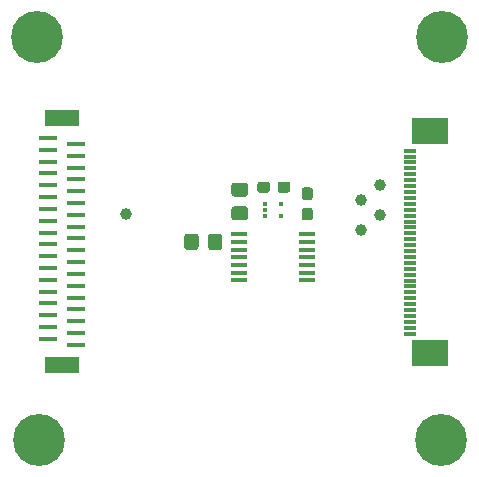
<source format=gbr>
%TF.GenerationSoftware,KiCad,Pcbnew,5.1.10-88a1d61d58~88~ubuntu18.04.1*%
%TF.CreationDate,2021-08-08T17:29:49+07:00*%
%TF.ProjectId,AETINA_ACCS3-STD-AN00-TEKNIQUE_OCLEA_OS08A20-ADAPTER,41455449-4e41-45f4-9143-4353332d5354,rev?*%
%TF.SameCoordinates,Original*%
%TF.FileFunction,Soldermask,Top*%
%TF.FilePolarity,Negative*%
%FSLAX46Y46*%
G04 Gerber Fmt 4.6, Leading zero omitted, Abs format (unit mm)*
G04 Created by KiCad (PCBNEW 5.1.10-88a1d61d58~88~ubuntu18.04.1) date 2021-08-08 17:29:49*
%MOMM*%
%LPD*%
G01*
G04 APERTURE LIST*
%ADD10R,3.100000X2.300000*%
%ADD11R,1.100000X0.300000*%
%ADD12R,1.600000X0.400000*%
%ADD13R,2.900000X1.400000*%
%ADD14C,1.000000*%
%ADD15R,1.358900X0.355600*%
%ADD16R,0.450000X0.300000*%
%ADD17C,4.400000*%
G04 APERTURE END LIST*
%TO.C,R2*%
G36*
G01*
X119831560Y-96942061D02*
X119831560Y-96042059D01*
G75*
G02*
X120081559Y-95792060I249999J0D01*
G01*
X120781561Y-95792060D01*
G75*
G02*
X121031560Y-96042059I0J-249999D01*
G01*
X121031560Y-96942061D01*
G75*
G02*
X120781561Y-97192060I-249999J0D01*
G01*
X120081559Y-97192060D01*
G75*
G02*
X119831560Y-96942061I0J249999D01*
G01*
G37*
G36*
G01*
X117831560Y-96942061D02*
X117831560Y-96042059D01*
G75*
G02*
X118081559Y-95792060I249999J0D01*
G01*
X118781561Y-95792060D01*
G75*
G02*
X119031560Y-96042059I0J-249999D01*
G01*
X119031560Y-96942061D01*
G75*
G02*
X118781561Y-97192060I-249999J0D01*
G01*
X118081559Y-97192060D01*
G75*
G02*
X117831560Y-96942061I0J249999D01*
G01*
G37*
%TD*%
D10*
%TO.C,J2*%
X138649700Y-87100000D03*
X138649700Y-105940000D03*
D11*
X136949700Y-88770000D03*
X136949700Y-89270000D03*
X136949700Y-89770000D03*
X136949700Y-90270000D03*
X136949700Y-90770000D03*
X136949700Y-91270000D03*
X136949700Y-91770000D03*
X136949700Y-92270000D03*
X136949700Y-92770000D03*
X136949700Y-93270000D03*
X136949700Y-93770000D03*
X136949700Y-94270000D03*
X136949700Y-94770000D03*
X136949700Y-95270000D03*
X136949700Y-95770000D03*
X136949700Y-96270000D03*
X136949700Y-96770000D03*
X136949700Y-97270000D03*
X136949700Y-97770000D03*
X136949700Y-98270000D03*
X136949700Y-98770000D03*
X136949700Y-99270000D03*
X136949700Y-99770000D03*
X136949700Y-100270000D03*
X136949700Y-100770000D03*
X136949700Y-101270000D03*
X136949700Y-101770000D03*
X136949700Y-102270000D03*
X136949700Y-102770000D03*
X136949700Y-103270000D03*
X136949700Y-103770000D03*
X136949700Y-104270000D03*
%TD*%
D12*
%TO.C,J1*%
X106273900Y-87703500D03*
X108673900Y-88203500D03*
X106273900Y-88703500D03*
X108673900Y-89203500D03*
X106273900Y-89703500D03*
X108673900Y-90203500D03*
X106273900Y-90703500D03*
X108673900Y-91203500D03*
X106273900Y-91703500D03*
X108673900Y-92203500D03*
X106273900Y-92703500D03*
X108673900Y-93203500D03*
X106273900Y-93703500D03*
X108673900Y-94203500D03*
X106273900Y-94703500D03*
X108673900Y-95203500D03*
X106273900Y-95703500D03*
X108673900Y-96203500D03*
X106273900Y-96703500D03*
X108673900Y-97203500D03*
X106273900Y-97703500D03*
X108673900Y-98203500D03*
X106273900Y-98703500D03*
X108673900Y-99203500D03*
X106273900Y-99703500D03*
X108673900Y-100203500D03*
X106273900Y-100703500D03*
X108673900Y-101203500D03*
X106273900Y-101703500D03*
X108673900Y-102203500D03*
X106273900Y-102703500D03*
X108673900Y-103203500D03*
X106273900Y-103703500D03*
X108673900Y-104203500D03*
X106273900Y-104703500D03*
X108673900Y-105203500D03*
D13*
X107473900Y-86003500D03*
X107473900Y-106903500D03*
%TD*%
D14*
%TO.C,TP5*%
X134371080Y-91638120D03*
%TD*%
%TO.C,TP4*%
X132765800Y-92964000D03*
%TD*%
%TO.C,TP3*%
X134391400Y-94188280D03*
%TD*%
%TO.C,TP2*%
X132765800Y-95453200D03*
%TD*%
%TO.C,TP1*%
X112862360Y-94091760D03*
%TD*%
D15*
%TO.C,U1*%
X128238250Y-95840001D03*
X128238250Y-96490000D03*
X128238250Y-97140001D03*
X128238250Y-97790000D03*
X128238250Y-98440001D03*
X128238250Y-99090000D03*
X128238250Y-99740001D03*
X122485150Y-99739999D03*
X122485150Y-99090000D03*
X122485150Y-98439999D03*
X122485150Y-97790000D03*
X122485150Y-97140001D03*
X122485150Y-96490000D03*
X122485150Y-95839999D03*
%TD*%
%TO.C,C2*%
G36*
G01*
X128482100Y-92957600D02*
X128007100Y-92957600D01*
G75*
G02*
X127769600Y-92720100I0J237500D01*
G01*
X127769600Y-92120100D01*
G75*
G02*
X128007100Y-91882600I237500J0D01*
G01*
X128482100Y-91882600D01*
G75*
G02*
X128719600Y-92120100I0J-237500D01*
G01*
X128719600Y-92720100D01*
G75*
G02*
X128482100Y-92957600I-237500J0D01*
G01*
G37*
G36*
G01*
X128482100Y-94682600D02*
X128007100Y-94682600D01*
G75*
G02*
X127769600Y-94445100I0J237500D01*
G01*
X127769600Y-93845100D01*
G75*
G02*
X128007100Y-93607600I237500J0D01*
G01*
X128482100Y-93607600D01*
G75*
G02*
X128719600Y-93845100I0J-237500D01*
G01*
X128719600Y-94445100D01*
G75*
G02*
X128482100Y-94682600I-237500J0D01*
G01*
G37*
%TD*%
%TO.C,C1*%
G36*
G01*
X125079880Y-91634300D02*
X125079880Y-92109300D01*
G75*
G02*
X124842380Y-92346800I-237500J0D01*
G01*
X124242380Y-92346800D01*
G75*
G02*
X124004880Y-92109300I0J237500D01*
G01*
X124004880Y-91634300D01*
G75*
G02*
X124242380Y-91396800I237500J0D01*
G01*
X124842380Y-91396800D01*
G75*
G02*
X125079880Y-91634300I0J-237500D01*
G01*
G37*
G36*
G01*
X126804880Y-91634300D02*
X126804880Y-92109300D01*
G75*
G02*
X126567380Y-92346800I-237500J0D01*
G01*
X125967380Y-92346800D01*
G75*
G02*
X125729880Y-92109300I0J237500D01*
G01*
X125729880Y-91634300D01*
G75*
G02*
X125967380Y-91396800I237500J0D01*
G01*
X126567380Y-91396800D01*
G75*
G02*
X126804880Y-91634300I0J-237500D01*
G01*
G37*
%TD*%
D16*
%TO.C,U2*%
X126036300Y-94314900D03*
X124636300Y-93814900D03*
X126036300Y-93314900D03*
X124636300Y-94314900D03*
X124636300Y-93314900D03*
%TD*%
%TO.C,R1*%
G36*
G01*
X122069439Y-91471440D02*
X122969441Y-91471440D01*
G75*
G02*
X123219440Y-91721439I0J-249999D01*
G01*
X123219440Y-92421441D01*
G75*
G02*
X122969441Y-92671440I-249999J0D01*
G01*
X122069439Y-92671440D01*
G75*
G02*
X121819440Y-92421441I0J249999D01*
G01*
X121819440Y-91721439D01*
G75*
G02*
X122069439Y-91471440I249999J0D01*
G01*
G37*
G36*
G01*
X122069439Y-93471440D02*
X122969441Y-93471440D01*
G75*
G02*
X123219440Y-93721439I0J-249999D01*
G01*
X123219440Y-94421441D01*
G75*
G02*
X122969441Y-94671440I-249999J0D01*
G01*
X122069439Y-94671440D01*
G75*
G02*
X121819440Y-94421441I0J249999D01*
G01*
X121819440Y-93721439D01*
G75*
G02*
X122069439Y-93471440I249999J0D01*
G01*
G37*
%TD*%
D17*
%TO.C,H4*%
X139646660Y-79181960D03*
%TD*%
%TO.C,H3*%
X139552680Y-113235740D03*
%TD*%
%TO.C,H2*%
X105514140Y-113238280D03*
%TD*%
%TO.C,H1*%
X105389680Y-79164180D03*
%TD*%
M02*

</source>
